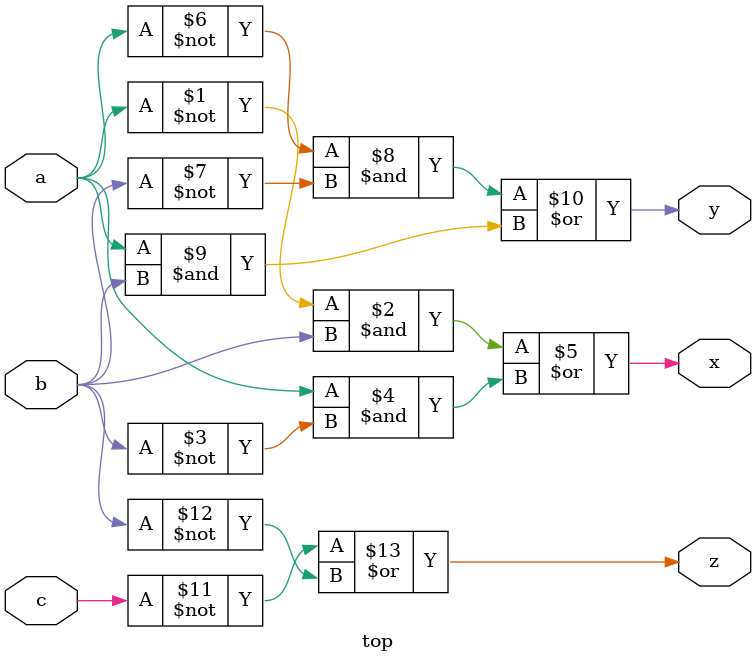
<source format=v>
module top (
    input a,
    input b,
    input c,
    output x,
    output y,
    output z
);

assign x =
  (~a & b) |
  (a & ~b)
;

assign y =
  (~a & ~b) |
  (a & b)
;

assign z =
  (~c) |
  (~b)
;

endmodule

</source>
